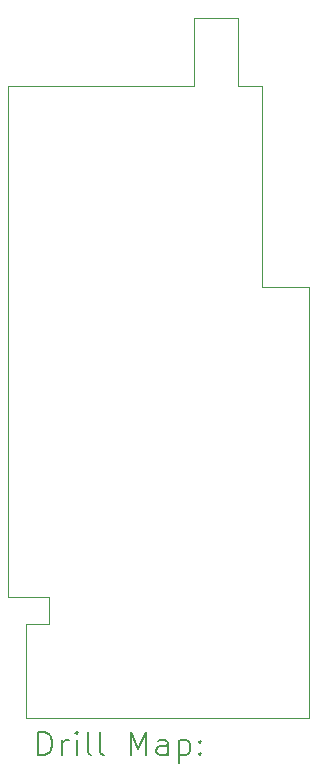
<source format=gbr>
%TF.GenerationSoftware,KiCad,Pcbnew,8.0.3-1.fc40*%
%TF.CreationDate,2024-06-24T14:15:44-04:00*%
%TF.ProjectId,OS42Micro,4f533432-4d69-4637-926f-2e6b69636164,rev?*%
%TF.SameCoordinates,Original*%
%TF.FileFunction,Drillmap*%
%TF.FilePolarity,Positive*%
%FSLAX45Y45*%
G04 Gerber Fmt 4.5, Leading zero omitted, Abs format (unit mm)*
G04 Created by KiCad (PCBNEW 8.0.3-1.fc40) date 2024-06-24 14:15:44*
%MOMM*%
%LPD*%
G01*
G04 APERTURE LIST*
%ADD10C,0.050000*%
%ADD11C,0.200000*%
G04 APERTURE END LIST*
D10*
X15150000Y-9525000D02*
X14780000Y-9525000D01*
X15150000Y-10100000D02*
X15150000Y-9525000D01*
X15350000Y-11800000D02*
X15350000Y-10100000D01*
X13550000Y-14425000D02*
X13550000Y-14650000D01*
X13550000Y-14650000D02*
X13350000Y-14650000D01*
X14780000Y-9525000D02*
X14780000Y-10100000D01*
X15750000Y-15450000D02*
X15750000Y-11800000D01*
X13350000Y-15450000D02*
X15750000Y-15450000D01*
X13350000Y-14650000D02*
X13350000Y-15450000D01*
X15750000Y-11800000D02*
X15350000Y-11800000D01*
X13200000Y-14425000D02*
X13550000Y-14425000D01*
X15350000Y-10100000D02*
X15150000Y-10100000D01*
X14780000Y-10100000D02*
X13200000Y-10100000D01*
X13200000Y-10100000D02*
X13200000Y-14425000D01*
D11*
X13458277Y-15763984D02*
X13458277Y-15563984D01*
X13458277Y-15563984D02*
X13505896Y-15563984D01*
X13505896Y-15563984D02*
X13534467Y-15573508D01*
X13534467Y-15573508D02*
X13553515Y-15592555D01*
X13553515Y-15592555D02*
X13563039Y-15611603D01*
X13563039Y-15611603D02*
X13572562Y-15649698D01*
X13572562Y-15649698D02*
X13572562Y-15678269D01*
X13572562Y-15678269D02*
X13563039Y-15716365D01*
X13563039Y-15716365D02*
X13553515Y-15735412D01*
X13553515Y-15735412D02*
X13534467Y-15754460D01*
X13534467Y-15754460D02*
X13505896Y-15763984D01*
X13505896Y-15763984D02*
X13458277Y-15763984D01*
X13658277Y-15763984D02*
X13658277Y-15630650D01*
X13658277Y-15668746D02*
X13667801Y-15649698D01*
X13667801Y-15649698D02*
X13677324Y-15640174D01*
X13677324Y-15640174D02*
X13696372Y-15630650D01*
X13696372Y-15630650D02*
X13715420Y-15630650D01*
X13782086Y-15763984D02*
X13782086Y-15630650D01*
X13782086Y-15563984D02*
X13772562Y-15573508D01*
X13772562Y-15573508D02*
X13782086Y-15583031D01*
X13782086Y-15583031D02*
X13791610Y-15573508D01*
X13791610Y-15573508D02*
X13782086Y-15563984D01*
X13782086Y-15563984D02*
X13782086Y-15583031D01*
X13905896Y-15763984D02*
X13886848Y-15754460D01*
X13886848Y-15754460D02*
X13877324Y-15735412D01*
X13877324Y-15735412D02*
X13877324Y-15563984D01*
X14010658Y-15763984D02*
X13991610Y-15754460D01*
X13991610Y-15754460D02*
X13982086Y-15735412D01*
X13982086Y-15735412D02*
X13982086Y-15563984D01*
X14239229Y-15763984D02*
X14239229Y-15563984D01*
X14239229Y-15563984D02*
X14305896Y-15706841D01*
X14305896Y-15706841D02*
X14372562Y-15563984D01*
X14372562Y-15563984D02*
X14372562Y-15763984D01*
X14553515Y-15763984D02*
X14553515Y-15659222D01*
X14553515Y-15659222D02*
X14543991Y-15640174D01*
X14543991Y-15640174D02*
X14524943Y-15630650D01*
X14524943Y-15630650D02*
X14486848Y-15630650D01*
X14486848Y-15630650D02*
X14467801Y-15640174D01*
X14553515Y-15754460D02*
X14534467Y-15763984D01*
X14534467Y-15763984D02*
X14486848Y-15763984D01*
X14486848Y-15763984D02*
X14467801Y-15754460D01*
X14467801Y-15754460D02*
X14458277Y-15735412D01*
X14458277Y-15735412D02*
X14458277Y-15716365D01*
X14458277Y-15716365D02*
X14467801Y-15697317D01*
X14467801Y-15697317D02*
X14486848Y-15687793D01*
X14486848Y-15687793D02*
X14534467Y-15687793D01*
X14534467Y-15687793D02*
X14553515Y-15678269D01*
X14648753Y-15630650D02*
X14648753Y-15830650D01*
X14648753Y-15640174D02*
X14667801Y-15630650D01*
X14667801Y-15630650D02*
X14705896Y-15630650D01*
X14705896Y-15630650D02*
X14724943Y-15640174D01*
X14724943Y-15640174D02*
X14734467Y-15649698D01*
X14734467Y-15649698D02*
X14743991Y-15668746D01*
X14743991Y-15668746D02*
X14743991Y-15725888D01*
X14743991Y-15725888D02*
X14734467Y-15744936D01*
X14734467Y-15744936D02*
X14724943Y-15754460D01*
X14724943Y-15754460D02*
X14705896Y-15763984D01*
X14705896Y-15763984D02*
X14667801Y-15763984D01*
X14667801Y-15763984D02*
X14648753Y-15754460D01*
X14829705Y-15744936D02*
X14839229Y-15754460D01*
X14839229Y-15754460D02*
X14829705Y-15763984D01*
X14829705Y-15763984D02*
X14820182Y-15754460D01*
X14820182Y-15754460D02*
X14829705Y-15744936D01*
X14829705Y-15744936D02*
X14829705Y-15763984D01*
X14829705Y-15640174D02*
X14839229Y-15649698D01*
X14839229Y-15649698D02*
X14829705Y-15659222D01*
X14829705Y-15659222D02*
X14820182Y-15649698D01*
X14820182Y-15649698D02*
X14829705Y-15640174D01*
X14829705Y-15640174D02*
X14829705Y-15659222D01*
M02*

</source>
